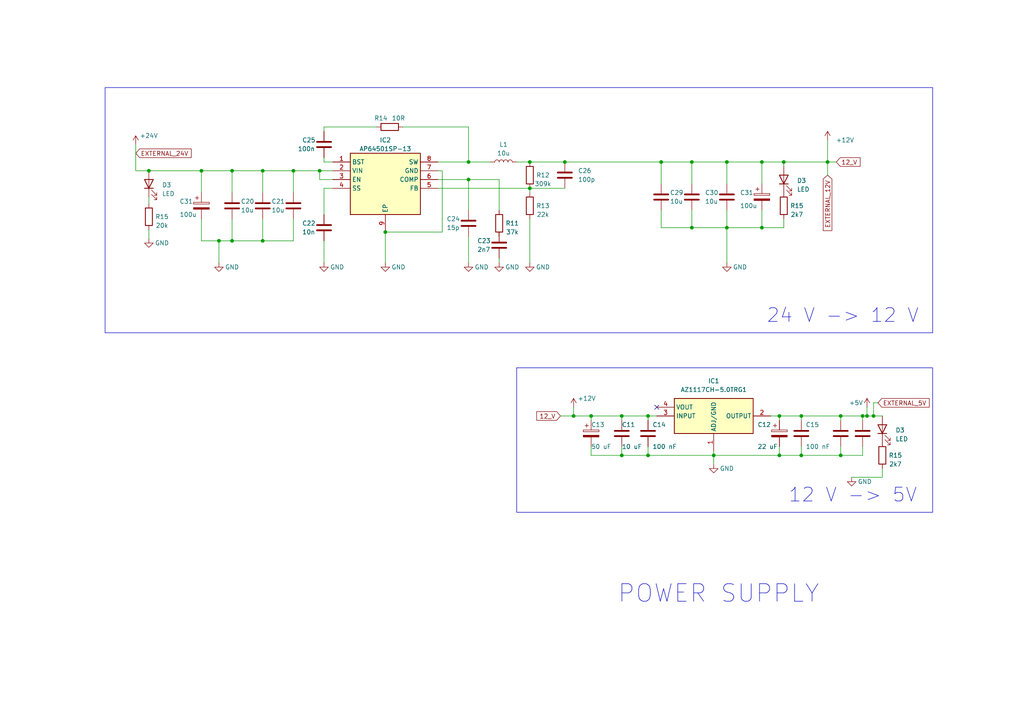
<source format=kicad_sch>
(kicad_sch (version 20230121) (generator eeschema)
  (paper "A4")
  (lib_symbols
    (symbol "AP64501SP-13:AP64501SP-13"
      (property "Reference" "IC" (at 26.67 7.62 0))
      (property "Value" "AP64501SP-13" (at 26.67 5.08 0))
      (symbol "AP64501SP-13_1_1"
        (rectangle (start 5.08 2.54) (end 25.4 -15.24) (stroke (width 0.254)) (fill (type background)))
        (pin passive line (at 0 0 0) (length 5.08) (name "BST") (number "1"))
        (pin passive line (at 0 -2.54 0) (length 5.08) (name "VIN") (number "2"))
        (pin passive line (at 0 -5.08 0) (length 5.08) (name "EN") (number "3"))
        (pin passive line (at 0 -7.62 0) (length 5.08) (name "SS") (number "4"))
        (pin passive line (at 30.48 -7.62 180) (length 5.08) (name "FB") (number "5"))
        (pin passive line (at 30.48 -5.08 180) (length 5.08) (name "COMP") (number "6"))
        (pin passive line (at 30.48 -2.54 180) (length 5.08) (name "GND") (number "7"))
        (pin passive line (at 30.48 0 180) (length 5.08) (name "SW") (number "8"))
        (pin passive line (at 15.24 -20.32 90) (length 5.08) (name "EP") (number "9"))
      )
    )
    (symbol "AZ1117CH-5_0TRG1:AZ1117CH-5.0TRG1"
      (property "Reference" "IC1" (at 16.51 7.62 0))
      (property "Value" "AZ1117CH-5.0TRG1" (at 16.51 5.08 0))
      (symbol "AZ1117CH-5.0TRG1_1_1"
        (rectangle (start 5.08 2.54) (end 27.94 -7.62) (stroke (width 0.254)) (fill (type background)))
        (pin passive line (at 16.51 -12.7 90) (length 5.08) (name "ADJ/GND") (number "1"))
        (pin passive line (at 33.02 -2.54 180) (length 5.08) (name "OUTPUT") (number "2"))
        (pin passive line (at 0 -2.54 0) (length 5.08) (name "INPUT") (number "3"))
        (pin passive line (at 0 0 0) (length 5.08) (name "VOUT") (number "4"))
      )
    )
    (symbol "Device:C" (pin_numbers hide) (pin_names (offset 0.254))
      (property "Reference" "C" (at 0.635 2.54 0))
      (property "Value" "C" (at 0.635 -2.54 0))
      (symbol "C_0_1"
        (polyline (pts (xy -2.032 -0.762) (xy 2.032 -0.762)) (stroke (width 0.508)))
        (polyline (pts (xy -2.032 0.762) (xy 2.032 0.762)) (stroke (width 0.508)))
      )
      (symbol "C_1_1"
        (pin passive line (at 0 3.81 270) (length 2.794) (name "~") (number "1"))
        (pin passive line (at 0 -3.81 90) (length 2.794) (name "~") (number "2"))
      )
    )
    (symbol "Device:C_Polarized" (pin_numbers hide) (pin_names (offset 0.254))
      (property "Reference" "C" (at 0.635 2.54 0))
      (property "Value" "C_Polarized" (at 0.635 -2.54 0))
      (symbol "C_Polarized_0_1"
        (rectangle (start -2.286 0.508) (end 2.286 1.016))
        (polyline (pts (xy -1.778 2.286) (xy -0.762 2.286)))
        (polyline (pts (xy -1.27 2.794) (xy -1.27 1.778)))
        (rectangle (start 2.286 -0.508) (end -2.286 -1.016) (fill (type outline)))
      )
      (symbol "C_Polarized_1_1"
        (pin passive line (at 0 3.81 270) (length 2.794) (name "~") (number "1"))
        (pin passive line (at 0 -3.81 90) (length 2.794) (name "~") (number "2"))
      )
    )
    (symbol "Device:L" (pin_numbers hide) (pin_names (offset 1.016) hide)
      (property "Reference" "L" (at -1.27 0 90))
      (property "Value" "L" (at 1.905 0 90))
      (symbol "L_0_1"
        (arc (start 0 -2.54) (mid 0.6323 -1.905) (end 0 -1.27))
        (arc (start 0 -1.27) (mid 0.6323 -0.635) (end 0 0))
        (arc (start 0 0) (mid 0.6323 0.635) (end 0 1.27))
        (arc (start 0 1.27) (mid 0.6323 1.905) (end 0 2.54))
      )
      (symbol "L_1_1"
        (pin passive line (at 0 3.81 270) (length 1.27) (name "1") (number "1"))
        (pin passive line (at 0 -3.81 90) (length 1.27) (name "2") (number "2"))
      )
    )
    (symbol "Device:LED" (pin_numbers hide) (pin_names (offset 1.016) hide)
      (property "Reference" "D" (at 0 2.54 0))
      (property "Value" "LED" (at 0 -2.54 0))
      (symbol "LED_0_1"
        (polyline (pts (xy -1.27 -1.27) (xy -1.27 1.27)) (stroke (width 0.254)))
        (polyline (pts (xy -1.27 0) (xy 1.27 0)))
        (polyline (pts (xy 1.27 -1.27) (xy 1.27 1.27) (xy -1.27 0) (xy 1.27 -1.27)) (stroke (width 0.254)))
        (polyline (pts (xy -3.048 -0.762) (xy -4.572 -2.286) (xy -3.81 -2.286) (xy -4.572 -2.286) (xy -4.572 -1.524)))
        (polyline (pts (xy -1.778 -0.762) (xy -3.302 -2.286) (xy -2.54 -2.286) (xy -3.302 -2.286) (xy -3.302 -1.524)))
      )
      (symbol "LED_1_1"
        (pin passive line (at -3.81 0 0) (length 2.54) (name "K") (number "1"))
        (pin passive line (at 3.81 0 180) (length 2.54) (name "A") (number "2"))
      )
    )
    (symbol "Device:R" (pin_numbers hide) (pin_names (offset 0))
      (property "Reference" "R" (at 2.032 0 90))
      (property "Value" "R" (at 0 0 90))
      (symbol "R_0_1"
        (rectangle (start -1.016 -2.54) (end 1.016 2.54) (stroke (width 0.254)))
      )
      (symbol "R_1_1"
        (pin passive line (at 0 3.81 270) (length 1.27) (name "~") (number "1"))
        (pin passive line (at 0 -3.81 90) (length 1.27) (name "~") (number "2"))
      )
    )
    (symbol "power:+12V" (power) (pin_names (offset 0))
      (property "Value" "+12V" (at 0 3.556 0))
      (symbol "+12V_0_1"
        (polyline (pts (xy -0.762 1.27) (xy 0 2.54)))
        (polyline (pts (xy 0 0) (xy 0 2.54)))
        (polyline (pts (xy 0 2.54) (xy 0.762 1.27)))
      )
      (symbol "+12V_1_1"
        (pin power_in line (at 0 0 90) (length 0) hide (name "+12V") (number "1"))
      )
    )
    (symbol "power:+24V" (power) (pin_names (offset 0))
      (property "Value" "+24V" (at 0 3.556 0))
      (symbol "+24V_0_1"
        (polyline (pts (xy -0.762 1.27) (xy 0 2.54)))
        (polyline (pts (xy 0 0) (xy 0 2.54)))
        (polyline (pts (xy 0 2.54) (xy 0.762 1.27)))
      )
      (symbol "+24V_1_1"
        (pin power_in line (at 0 0 90) (length 0) hide (name "+24V") (number "1"))
      )
    )
    (symbol "power:+5V" (power) (pin_names (offset 0))
      (property "Value" "+5V" (at 0 3.556 0))
      (symbol "+5V_0_1"
        (polyline (pts (xy -0.762 1.27) (xy 0 2.54)))
        (polyline (pts (xy 0 0) (xy 0 2.54)))
        (polyline (pts (xy 0 2.54) (xy 0.762 1.27)))
      )
      (symbol "+5V_1_1"
        (pin power_in line (at 0 0 90) (length 0) hide (name "+5V") (number "1"))
      )
    )
    (symbol "power:GND" (power) (pin_names (offset 0))
      (property "Value" "GND" (at 0 -3.81 0))
      (symbol "GND_0_1"
        (polyline (pts (xy 0 0) (xy 0 -1.27) (xy 1.27 -1.27) (xy 0 -2.54) (xy -1.27 -1.27) (xy 0 -1.27)))
      )
      (symbol "GND_1_1"
        (pin power_in line (at 0 0 270) (length 0) hide (name "GND") (number "1"))
      )
    )
  )
  (junction (at 171.45 120.65))
  (junction (at 180.34 132.08))
  (junction (at 220.98 66.04))
  (junction (at 232.41 132.08))
  (junction (at 210.82 66.04))
  (junction (at 220.98 46.99))
  (junction (at 43.18 49.53))
  (junction (at 243.84 132.08))
  (junction (at 135.89 46.99))
  (junction (at 253.365 120.65))
  (junction (at 76.2 49.53))
  (junction (at 135.89 52.07))
  (junction (at 187.96 132.08))
  (junction (at 163.83 46.99))
  (junction (at 226.06 120.65))
  (junction (at 180.34 120.65))
  (junction (at 251.46 120.65))
  (junction (at 250.19 120.65))
  (junction (at 153.67 46.99))
  (junction (at 187.96 120.65))
  (junction (at 200.66 66.04))
  (junction (at 166.37 120.65))
  (junction (at 111.76 67.31))
  (junction (at 67.31 49.53))
  (junction (at 243.84 120.65))
  (junction (at 200.66 46.99))
  (junction (at 191.77 46.99))
  (junction (at 63.5 69.85))
  (junction (at 240.03 46.99))
  (junction (at 227.33 46.99))
  (junction (at 210.82 46.99))
  (junction (at 92.71 49.53))
  (junction (at 153.67 54.61))
  (junction (at 232.41 120.65))
  (junction (at 58.42 49.53))
  (junction (at 226.06 132.08))
  (junction (at 207.01 132.08))
  (junction (at 85.09 49.53))
  (junction (at 76.2 69.85))
  (junction (at 67.31 69.85))
  (no_connect (at 190.5 118.11))
  (wire (pts (xy 240.03 46.99) (xy 242.57 46.99)))
  (wire (pts (xy 93.98 76.2) (xy 93.98 69.85)))
  (wire (pts (xy 144.78 52.07) (xy 135.89 52.07)))
  (wire (pts (xy 220.98 60.96) (xy 220.98 66.04)))
  (wire (pts (xy 227.33 46.99) (xy 227.33 48.26)))
  (wire (pts (xy 135.89 52.07) (xy 127 52.07)))
  (wire (pts (xy 76.2 69.85) (xy 85.09 69.85)))
  (wire (pts (xy 226.06 121.92) (xy 226.06 120.65)))
  (wire (pts (xy 149.86 46.99) (xy 153.67 46.99)))
  (wire (pts (xy 255.905 120.65) (xy 253.365 120.65)))
  (wire (pts (xy 251.46 120.65) (xy 253.365 120.65)))
  (wire (pts (xy 92.71 49.53) (xy 96.52 49.53)))
  (wire (pts (xy 227.33 66.04) (xy 220.98 66.04)))
  (wire (pts (xy 144.78 60.96) (xy 144.78 52.07)))
  (wire (pts (xy 58.42 69.85) (xy 58.42 63.5)))
  (wire (pts (xy 191.77 46.99) (xy 191.77 53.34)))
  (wire (pts (xy 223.52 120.65) (xy 226.06 120.65)))
  (wire (pts (xy 135.89 52.07) (xy 135.89 60.96)))
  (wire (pts (xy 207.01 132.08) (xy 207.01 130.81)))
  (wire (pts (xy 43.18 49.53) (xy 58.42 49.53)))
  (wire (pts (xy 67.31 55.88) (xy 67.31 49.53)))
  (wire (pts (xy 187.96 129.54) (xy 187.96 132.08)))
  (wire (pts (xy 180.34 129.54) (xy 180.34 132.08)))
  (wire (pts (xy 250.19 121.92) (xy 250.19 120.65)))
  (wire (pts (xy 111.76 67.31) (xy 128.27 67.31)))
  (wire (pts (xy 127 54.61) (xy 153.67 54.61)))
  (wire (pts (xy 171.45 132.08) (xy 180.34 132.08)))
  (wire (pts (xy 93.98 54.61) (xy 93.98 62.23)))
  (wire (pts (xy 67.31 49.53) (xy 76.2 49.53)))
  (wire (pts (xy 250.19 129.54) (xy 250.19 132.08)))
  (wire (pts (xy 135.89 46.99) (xy 135.89 36.83)))
  (wire (pts (xy 163.83 46.99) (xy 191.77 46.99)))
  (wire (pts (xy 200.66 60.96) (xy 200.66 66.04)))
  (wire (pts (xy 227.33 63.5) (xy 227.33 66.04)))
  (wire (pts (xy 210.82 66.04) (xy 210.82 76.2)))
  (wire (pts (xy 128.27 67.31) (xy 128.27 49.53)))
  (wire (pts (xy 67.31 69.85) (xy 76.2 69.85)))
  (wire (pts (xy 240.03 50.8) (xy 240.03 46.99)))
  (wire (pts (xy 227.33 46.99) (xy 240.03 46.99)))
  (wire (pts (xy 58.42 69.85) (xy 63.5 69.85)))
  (wire (pts (xy 207.01 132.08) (xy 207.01 134.62)))
  (wire (pts (xy 210.82 66.04) (xy 220.98 66.04)))
  (wire (pts (xy 162.56 120.65) (xy 166.37 120.65)))
  (wire (pts (xy 135.89 68.58) (xy 135.89 76.2)))
  (wire (pts (xy 109.22 36.83) (xy 93.98 36.83)))
  (wire (pts (xy 240.03 40.64) (xy 240.03 46.99)))
  (wire (pts (xy 251.46 118.11) (xy 251.46 120.65)))
  (wire (pts (xy 85.09 49.53) (xy 92.71 49.53)))
  (wire (pts (xy 191.77 46.99) (xy 200.66 46.99)))
  (wire (pts (xy 226.06 120.65) (xy 232.41 120.65)))
  (wire (pts (xy 116.84 36.83) (xy 135.89 36.83)))
  (wire (pts (xy 166.37 118.11) (xy 166.37 120.65)))
  (wire (pts (xy 253.365 116.84) (xy 254.635 116.84)))
  (wire (pts (xy 135.89 46.99) (xy 142.24 46.99)))
  (wire (pts (xy 58.42 55.88) (xy 58.42 49.53)))
  (wire (pts (xy 39.37 49.53) (xy 43.18 49.53)))
  (wire (pts (xy 187.96 120.65) (xy 190.5 120.65)))
  (wire (pts (xy 93.98 46.99) (xy 96.52 46.99)))
  (wire (pts (xy 180.34 132.08) (xy 187.96 132.08)))
  (wire (pts (xy 200.66 66.04) (xy 210.82 66.04)))
  (wire (pts (xy 43.18 66.675) (xy 43.18 69.215)))
  (wire (pts (xy 232.41 132.08) (xy 226.06 132.08)))
  (wire (pts (xy 85.09 69.85) (xy 85.09 63.5)))
  (wire (pts (xy 226.06 132.08) (xy 207.01 132.08)))
  (wire (pts (xy 171.45 120.65) (xy 180.34 120.65)))
  (wire (pts (xy 232.41 120.65) (xy 232.41 121.92)))
  (wire (pts (xy 243.84 120.65) (xy 250.19 120.65)))
  (wire (pts (xy 39.37 41.91) (xy 39.37 49.53)))
  (wire (pts (xy 96.52 52.07) (xy 92.71 52.07)))
  (wire (pts (xy 166.37 120.65) (xy 171.45 120.65)))
  (wire (pts (xy 127 46.99) (xy 135.89 46.99)))
  (wire (pts (xy 63.5 69.85) (xy 67.31 69.85)))
  (wire (pts (xy 180.34 120.65) (xy 187.96 120.65)))
  (wire (pts (xy 210.82 46.99) (xy 210.82 53.34)))
  (wire (pts (xy 220.98 46.99) (xy 220.98 53.34)))
  (wire (pts (xy 171.45 129.54) (xy 171.45 132.08)))
  (wire (pts (xy 127 49.53) (xy 128.27 49.53)))
  (wire (pts (xy 171.45 120.65) (xy 171.45 121.92)))
  (wire (pts (xy 153.67 54.61) (xy 163.83 54.61)))
  (wire (pts (xy 250.19 120.65) (xy 251.46 120.65)))
  (wire (pts (xy 187.96 132.08) (xy 207.01 132.08)))
  (wire (pts (xy 243.84 129.54) (xy 243.84 132.08)))
  (wire (pts (xy 232.41 129.54) (xy 232.41 132.08)))
  (wire (pts (xy 200.66 46.99) (xy 200.66 53.34)))
  (wire (pts (xy 153.67 63.5) (xy 153.67 76.2)))
  (wire (pts (xy 255.905 138.43) (xy 247.015 138.43)))
  (wire (pts (xy 253.365 116.84) (xy 253.365 120.65)))
  (wire (pts (xy 43.18 59.055) (xy 43.18 57.15)))
  (wire (pts (xy 76.2 69.85) (xy 76.2 63.5)))
  (wire (pts (xy 58.42 49.53) (xy 67.31 49.53)))
  (wire (pts (xy 191.77 60.96) (xy 191.77 66.04)))
  (wire (pts (xy 93.98 36.83) (xy 93.98 38.1)))
  (wire (pts (xy 144.78 76.2) (xy 144.78 74.93)))
  (wire (pts (xy 243.84 121.92) (xy 243.84 120.65)))
  (wire (pts (xy 210.82 60.96) (xy 210.82 66.04)))
  (wire (pts (xy 93.98 46.99) (xy 93.98 45.72)))
  (wire (pts (xy 243.84 132.08) (xy 232.41 132.08)))
  (wire (pts (xy 111.76 67.31) (xy 111.76 76.2)))
  (wire (pts (xy 226.06 129.54) (xy 226.06 132.08)))
  (wire (pts (xy 187.96 120.65) (xy 187.96 121.92)))
  (wire (pts (xy 220.98 46.99) (xy 227.33 46.99)))
  (wire (pts (xy 191.77 66.04) (xy 200.66 66.04)))
  (wire (pts (xy 76.2 49.53) (xy 85.09 49.53)))
  (wire (pts (xy 144.78 67.31) (xy 144.78 68.58)))
  (wire (pts (xy 153.67 46.99) (xy 163.83 46.99)))
  (wire (pts (xy 63.5 69.85) (xy 63.5 76.2)))
  (wire (pts (xy 210.82 46.99) (xy 220.98 46.99)))
  (wire (pts (xy 255.905 135.89) (xy 255.905 138.43)))
  (wire (pts (xy 200.66 46.99) (xy 210.82 46.99)))
  (wire (pts (xy 250.19 132.08) (xy 243.84 132.08)))
  (wire (pts (xy 93.98 54.61) (xy 96.52 54.61)))
  (wire (pts (xy 232.41 120.65) (xy 243.84 120.65)))
  (wire (pts (xy 153.67 54.61) (xy 153.67 55.88)))
  (wire (pts (xy 76.2 55.88) (xy 76.2 49.53)))
  (wire (pts (xy 85.09 55.88) (xy 85.09 49.53)))
  (wire (pts (xy 92.71 52.07) (xy 92.71 49.53)))
  (wire (pts (xy 67.31 69.85) (xy 67.31 63.5)))
  (wire (pts (xy 180.34 121.92) (xy 180.34 120.65)))
  (rectangle (start 30.48 25.4) (end 270.51 96.52))
  (rectangle (start 149.86 106.68) (end 270.51 148.59))
  (text "12 V -> 5V" (at 228.6 146.05 0) (effects (font (size 4 4)) (justify left bottom)))
  (text "24 V -> 12 V\n" (at 222.25 93.98 0) (effects (font (size 4 4)) (justify left bottom)))
  (text "POWER SUPPLY\n" (at 179.07 175.26 0) (effects (font (size 5.08 5.08)) (justify left bottom)))
  (global_label "12_V" (shape input) (at 162.56 120.65 180) (property "Intersheetrefs" "${INTERSHEET_REFS}" (effects hide)))
  (global_label "12_V" (shape input) (at 242.57 46.99 0) (property "Intersheetrefs" "${INTERSHEET_REFS}" (effects hide)))
  (global_label "EXTERNAL_5V" (shape input) (at 254.635 116.84 0) (property "Intersheetrefs" "${INTERSHEET_REFS}" (effects hide)))
  (global_label "EXTERNAL_12V" (shape input) (at 240.03 50.8 270) (property "Intersheetrefs" "${INTERSHEET_REFS}" (effects hide)))
  (global_label "EXTERNAL_24V" (shape input) (at 39.37 44.45 0) (property "Intersheetrefs" "${INTERSHEET_REFS}" (effects hide)))
  (symbol (lib_id "Device:C") (at 187.96 125.73 0) (unit 1)
    (property "Reference" "C14" (at 189.23 123.19 0) (effects (justify left)))
    (property "Value" "100 nF" (at 189.23 129.54 0) (effects (justify left)))
    (property "Footprint" "Capacitor_SMD:C_0603_1608Metric" (effects hide))
    (instances (project "main" (path "" (reference "C14") (unit 1)) (path "" (reference "C17") (unit 1))))
  )
  (symbol (lib_id "Device:C_Polarized") (at 226.06 125.73 0) (unit 1)
    (property "Reference" "C12" (at 219.71 123.19 0) (effects (justify left)))
    (property "Value" "22 uF" (at 219.71 129.54 0) (effects (justify left)))
    (property "Footprint" "Capacitor_SMD:CP_Elec_4x5.4" (effects hide))
    (instances (project "main" (path "" (reference "C12") (unit 1)) (path "" (reference "C22") (unit 1))))
  )
  (symbol (lib_id "power:GND") (at 153.67 76.2 0) (unit 1)
    (property "Reference" "#PWR031" (effects hide))
    (property "Value" "GND" (at 157.48 77.47 0))
    (instances (project "main" (path "" (reference "#PWR031") (unit 1)) (path "" (reference "#PWR030") (unit 1))))
  )
  (symbol (lib_id "Device:C_Polarized") (at 58.42 59.69 0) (unit 1)
    (property "Reference" "C31" (at 52.07 58.42 0) (effects (justify left)))
    (property "Value" "100u" (at 52.07 62.23 0) (effects (justify left)))
    (property "Footprint" "Capacitor_SMD:CP_Elec_6.3x7.7" (effects hide))
    (instances (project "main" (path "" (reference "C31") (unit 1)) (path "" (reference "C8") (unit 1))))
  )
  (symbol (lib_id "Device:C") (at 67.31 59.69 0) (unit 1)
    (property "Reference" "C19" (effects hide))
    (property "Value" "10u " (effects hide))
    (property "Footprint" "Capacitor_SMD:C_0603_1608Metric" (effects hide))
    (instances (project "main" (path "" (reference "C19") (unit 1)) (path "" (reference "C15") (unit 1))))
  )
  (symbol (lib_id "Device:C") (at 200.66 57.15 0) (unit 1)
    (property "Reference" "C29" (at 194.31 55.88 0) (effects (justify left)))
    (property "Value" "10u " (at 194.31 58.42 0) (effects (justify left)))
    (property "Footprint" "Capacitor_SMD:C_0603_1608Metric" (effects hide))
  )
  (symbol (lib_id "Device:R") (at 153.67 50.8 0) (unit 1)
    (property "Reference" "R12" (at 157.48 50.8 0))
    (property "Value" "309k" (at 157.48 53.34 0))
    (property "Footprint" "Resistor_SMD:R_0603_1608Metric" (effects hide))
    (instances (project "main" (path "" (reference "R12") (unit 1)) (path "" (reference "R22") (unit 1)) (path "" (reference "R13") (unit 1))))
  )
  (symbol (lib_id "Device:LED") (at 227.33 52.07 90) (unit 1)
    (property "Reference" "D3" (at 231.14 52.3875 90) (effects (justify right)))
    (property "Value" "LED" (at 231.14 54.9275 90) (effects (justify right)))
    (property "Footprint" "LED_SMD:LED_0603_1608Metric" (effects hide))
  )
  (symbol (lib_id "Device:C") (at 163.83 50.8 0) (unit 1)
    (property "Reference" "C26" (at 167.64 49.53 0) (effects (justify left)))
    (property "Value" "100p" (at 167.64 52.07 0) (effects (justify left)))
    (property "Footprint" "Capacitor_SMD:C_0603_1608Metric" (effects hide))
  )
  (symbol (lib_id "Device:LED") (at 43.18 53.34 90) (unit 1)
    (property "Reference" "D3" (at 46.99 53.6575 90) (effects (justify right)))
    (property "Value" "LED" (at 46.99 56.1975 90) (effects (justify right)))
    (property "Footprint" "LED_SMD:LED_0603_1608Metric" (effects hide))
    (instances (project "main" (path "" (reference "D3") (unit 1)) (path "" (reference "D5") (unit 1))))
  )
  (symbol (lib_id "Device:C") (at 243.84 125.73 0) (unit 1)
    (property "Reference" "C28" (effects hide))
    (property "Value" "10u " (effects hide))
    (property "Footprint" "Capacitor_SMD:C_0603_1608Metric" (effects hide))
    (instances (project "main" (path "" (reference "C28") (unit 1)) (path "" (reference "C11") (unit 1))))
  )
  (symbol (lib_id "power:GND") (at 93.98 76.2 0) (unit 1)
    (property "Reference" "#PWR015" (effects hide))
    (property "Value" "GND" (at 97.79 77.47 0))
  )
  (symbol (lib_id "Device:L") (at 146.05 46.99 90) (unit 1)
    (property "Reference" "L1" (at 146.05 41.91 90))
    (property "Value" "10u" (at 146.05 44.45 90))
    (property "Footprint" "SDR0805-100ML:SDR0805100ML" (effects hide))
  )
  (symbol (lib_id "Device:R") (at 144.78 64.77 0) (unit 1)
    (property "Reference" "R11" (at 148.59 64.77 0))
    (property "Value" "37k" (at 148.59 67.31 0))
    (property "Footprint" "Resistor_SMD:R_0603_1608Metric" (effects hide))
    (instances (project "main" (path "" (reference "R11") (unit 1)) (path "" (reference "R22") (unit 1)) (path "" (reference "R12") (unit 1))))
  )
  (symbol (lib_id "Device:C") (at 93.98 41.91 0) (unit 1)
    (property "Reference" "C25" (at 87.63 40.64 0) (effects (justify left)))
    (property "Value" "100n" (at 86.36 43.18 0) (effects (justify left)))
    (property "Footprint" "Capacitor_SMD:C_0603_1608Metric" (effects hide))
    (instances (project "main" (path "" (reference "C25") (unit 1)) (path "" (reference "C20") (unit 1))))
  )
  (symbol (lib_id "power:GND") (at 43.18 69.215 0) (unit 1)
    (property "Reference" "#PWR012" (effects hide))
    (property "Value" "GND" (at 46.99 70.485 0))
    (instances (project "main" (path "" (reference "#PWR012") (unit 1)) (path "" (reference "#PWR044") (unit 1))))
  )
  (symbol (lib_id "power:+12V") (at 240.03 40.64 0) (unit 1)
    (property "Reference" "#PWR013" (effects hide))
    (property "Value" "+12V" (at 245.11 40.64 0))
    (instances (project "main" (path "" (reference "#PWR013") (unit 1)) (path "" (reference "#PWR024") (unit 1)) (path "" (reference "#PWR031") (unit 1))))
  )
  (symbol (lib_id "Device:R") (at 153.67 59.69 0) (unit 1)
    (property "Reference" "R13" (at 157.48 59.69 0))
    (property "Value" "22k" (at 157.48 62.23 0))
    (property "Footprint" "Resistor_SMD:R_0603_1608Metric" (effects hide))
    (instances (project "main" (path "" (reference "R13") (unit 1)) (path "" (reference "R22") (unit 1)) (path "" (reference "R14") (unit 1))))
  )
  (symbol (lib_id "power:GND") (at 247.015 138.43 0) (unit 1)
    (property "Reference" "#PWR020" (effects hide))
    (property "Value" "GND" (at 250.825 139.7 0))
    (instances (project "main" (path "" (reference "#PWR020") (unit 1)) (path "" (reference "#PWR043") (unit 1))))
  )
  (symbol (lib_id "AZ1117CH-5_0TRG1:AZ1117CH-5.0TRG1") (at 190.5 118.11 0) (unit 1)
    (property "Reference" "IC1" (at 207.01 110.49 0))
    (property "Value" "AZ1117CH-5.0TRG1" (at 207.01 113.03 0))
    (property "Footprint" "SOT230P700X170-4N" (effects hide))
    (property "Datasheet" "https://www.diodes.com//assets/Datasheets/AZ1117C.pdf" (effects hide))
    (property "Height" "1.7" (effects hide))
    (property "Manufacturer_Name" "Diodes Incorporated" (effects hide))
    (property "Manufacturer_Part_Number" "AZ1117CH-5.0TRG1" (effects hide))
  )
  (symbol (lib_id "Device:C_Polarized") (at 171.45 125.73 0) (unit 1)
    (property "Reference" "C13" (at 171.45 123.19 0) (effects (justify left)))
    (property "Value" "50 uF" (at 171.45 129.54 0) (effects (justify left)))
    (property "Footprint" "Capacitor_SMD:CP_Elec_5x5.4" (effects hide))
    (instances (project "main" (path "" (reference "C13") (unit 1)) (path "" (reference "C12") (unit 1))))
  )
  (symbol (lib_id "power:+12V") (at 166.37 118.11 0) (unit 1)
    (property "Reference" "#PWR011" (effects hide))
    (property "Value" "+12V" (at 170.18 115.57 0))
    (instances (project "main" (path "" (reference "#PWR011") (unit 1)) (path "" (reference "#PWR024") (unit 1)) (path "" (reference "#PWR012") (unit 1))))
  )
  (symbol (lib_id "Device:C") (at 85.09 59.69 0) (unit 1)
    (property "Reference" "C21" (at 78.74 58.42 0) (effects (justify left)))
    (property "Value" "10u " (at 78.74 60.96 0) (effects (justify left)))
    (property "Footprint" "Capacitor_SMD:C_0603_1608Metric" (effects hide))
    (instances (project "main" (path "" (reference "C21") (unit 1)) (path "" (reference "C19") (unit 1))))
  )
  (symbol (lib_id "power:+5V") (at 251.46 118.11 0) (unit 1)
    (property "Reference" "#PWR021" (effects hide))
    (property "Value" "+5V" (at 248.285 116.84 0))
    (instances (project "main" (path "" (reference "#PWR021") (unit 1)) (path "" (reference "#PWR020") (unit 1))))
  )
  (symbol (lib_id "Device:C_Polarized") (at 220.98 57.15 0) (unit 1)
    (property "Reference" "C31" (at 214.63 55.88 0) (effects (justify left)))
    (property "Value" "100u" (at 214.63 59.69 0) (effects (justify left)))
    (property "Footprint" "Capacitor_SMD:CP_Elec_6.3x5.4" (effects hide))
  )
  (symbol (lib_id "Device:C") (at 180.34 125.73 0) (unit 1)
    (property "Reference" "C11" (at 180.34 123.19 0) (effects (justify left)))
    (property "Value" "10 uF" (at 180.34 129.54 0) (effects (justify left)))
    (property "Footprint" "Capacitor_SMD:CP_Elec_4x5.4" (effects hide))
    (instances (project "main" (path "" (reference "C11") (unit 1)) (path "" (reference "C14") (unit 1))))
  )
  (symbol (lib_id "power:GND") (at 111.76 76.2 0) (unit 1)
    (property "Reference" "#PWR016" (effects hide))
    (property "Value" "GND" (at 115.57 77.47 0))
  )
  (symbol (lib_id "Device:R") (at 43.18 62.865 0) (unit 1)
    (property "Reference" "R15" (at 46.99 62.865 0))
    (property "Value" "20k" (at 46.99 65.405 0))
    (property "Footprint" "Resistor_SMD:R_0603_1608Metric" (effects hide))
    (instances (project "main" (path "" (reference "R15") (unit 1)) (path "" (reference "R22") (unit 1)) (path "" (reference "R33") (unit 1))))
  )
  (symbol (lib_id "Device:C") (at 191.77 57.15 0) (unit 1)
    (property "Reference" "C28" (effects hide))
    (property "Value" "10u " (effects hide))
    (property "Footprint" "Capacitor_SMD:C_0603_1608Metric" (effects hide))
  )
  (symbol (lib_id "Device:LED") (at 255.905 124.46 90) (unit 1)
    (property "Reference" "D3" (at 259.715 124.7775 90) (effects (justify right)))
    (property "Value" "LED" (at 259.715 127.3175 90) (effects (justify right)))
    (property "Footprint" "LED_SMD:LED_0603_1608Metric" (effects hide))
    (instances (project "main" (path "" (reference "D3") (unit 1)) (path "" (reference "D4") (unit 1))))
  )
  (symbol (lib_id "Device:R") (at 113.03 36.83 90) (unit 1)
    (property "Reference" "R14" (at 110.49 34.29 90))
    (property "Value" "10R" (at 115.57 34.29 90))
    (property "Footprint" "Resistor_SMD:R_0603_1608Metric" (effects hide))
    (instances (project "main" (path "" (reference "R14") (unit 1)) (path "" (reference "R22") (unit 1)) (path "" (reference "R11") (unit 1))))
  )
  (symbol (lib_id "power:GND") (at 207.01 134.62 0) (unit 1)
    (property "Reference" "#PWR020" (effects hide))
    (property "Value" "GND" (at 210.82 135.89 0))
    (instances (project "main" (path "" (reference "#PWR020") (unit 1)) (path "" (reference "#PWR014") (unit 1))))
  )
  (symbol (lib_id "Device:C") (at 135.89 64.77 0) (unit 1)
    (property "Reference" "C24" (at 129.54 63.5 0) (effects (justify left)))
    (property "Value" "15p" (at 129.54 66.04 0) (effects (justify left)))
    (property "Footprint" "Capacitor_SMD:C_0603_1608Metric" (effects hide))
  )
  (symbol (lib_id "power:GND") (at 144.78 76.2 0) (unit 1)
    (property "Reference" "#PWR029" (effects hide))
    (property "Value" "GND" (at 148.59 77.47 0))
  )
  (symbol (lib_id "Device:C") (at 232.41 125.73 0) (unit 1)
    (property "Reference" "C15" (at 233.68 123.19 0) (effects (justify left)))
    (property "Value" "100 nF" (at 233.68 129.54 0) (effects (justify left)))
    (property "Footprint" "Capacitor_SMD:C_0603_1608Metric" (effects hide))
    (instances (project "main" (path "" (reference "C15") (unit 1)) (path "" (reference "C23") (unit 1))))
  )
  (symbol (lib_id "AP64501SP-13:AP64501SP-13") (at 96.52 46.99 0) (unit 1)
    (property "Reference" "IC2" (at 111.76 40.64 0))
    (property "Value" "AP64501SP-13" (at 111.76 43.18 0))
    (property "Footprint" "SOIC127P600X163-9N" (effects hide))
    (property "Datasheet" "https://www.diodes.com//assets/Datasheets/AP64501.pdf" (effects hide))
    (property "Height" "1.63" (effects hide))
    (property "Mouser Part Number" "621-AP64501SP-13" (effects hide))
    (property "Mouser Price/Stock" "https://www.mouser.co.uk/ProductDetail/Diodes-Incorporated/AP64501SP-13?qs=P1JMDcb91o7FS0GU%252BW7TIQ%3D%3D" (effects hide))
    (property "Manufacturer_Name" "Diodes Incorporated" (effects hide))
    (property "Manufacturer_Part_Number" "AP64501SP-13" (effects hide))
  )
  (symbol (lib_id "power:GND") (at 135.89 76.2 0) (unit 1)
    (property "Reference" "#PWR030" (effects hide))
    (property "Value" "GND" (at 139.7 77.47 0))
    (instances (project "main" (path "" (reference "#PWR030") (unit 1)) (path "" (reference "#PWR021") (unit 1))))
  )
  (symbol (lib_id "Device:C") (at 76.2 59.69 0) (unit 1)
    (property "Reference" "C20" (at 69.85 58.42 0) (effects (justify left)))
    (property "Value" "10u " (at 69.85 60.96 0) (effects (justify left)))
    (property "Footprint" "Capacitor_SMD:C_0603_1608Metric" (effects hide))
    (instances (project "main" (path "" (reference "C20") (unit 1)) (path "" (reference "C18") (unit 1))))
  )
  (symbol (lib_id "Device:R") (at 255.905 132.08 0) (unit 1)
    (property "Reference" "R15" (at 259.715 132.08 0))
    (property "Value" "2k7" (at 259.715 134.62 0))
    (property "Footprint" "Resistor_SMD:R_0603_1608Metric" (effects hide))
    (instances (project "main" (path "" (reference "R15") (unit 1)) (path "" (reference "R22") (unit 1)) (path "" (reference "R32") (unit 1))))
  )
  (symbol (lib_id "Device:C") (at 210.82 57.15 0) (unit 1)
    (property "Reference" "C30" (at 204.47 55.88 0) (effects (justify left)))
    (property "Value" "10u " (at 204.47 58.42 0) (effects (justify left)))
    (property "Footprint" "Capacitor_SMD:C_0603_1608Metric" (effects hide))
  )
  (symbol (lib_id "power:+24V") (at 39.37 41.91 0) (unit 1)
    (property "Reference" "#PWR014" (effects hide))
    (property "Value" "+24V" (at 43.18 39.37 0))
    (instances (project "main" (path "" (reference "#PWR014") (unit 1)) (path "" (reference "#PWR011") (unit 1))))
  )
  (symbol (lib_id "Device:C") (at 250.19 125.73 0) (unit 1)
    (property "Reference" "C28" (effects hide))
    (property "Value" "10u " (effects hide))
    (property "Footprint" "Capacitor_SMD:C_0603_1608Metric" (effects hide))
    (instances (project "main" (path "" (reference "C28") (unit 1)) (path "" (reference "C13") (unit 1))))
  )
  (symbol (lib_id "Device:C") (at 93.98 66.04 0) (unit 1)
    (property "Reference" "C22" (at 87.63 64.77 0) (effects (justify left)))
    (property "Value" "10n" (at 87.63 67.31 0) (effects (justify left)))
    (property "Footprint" "Capacitor_SMD:C_0603_1608Metric" (effects hide))
    (instances (project "main" (path "" (reference "C22") (unit 1)) (path "" (reference "C21") (unit 1))))
  )
  (symbol (lib_id "Device:C") (at 144.78 71.12 0) (unit 1)
    (property "Reference" "C23" (at 138.43 69.85 0) (effects (justify left)))
    (property "Value" "2n7" (at 138.43 72.39 0) (effects (justify left)))
    (property "Footprint" "Capacitor_SMD:C_0603_1608Metric" (effects hide))
    (instances (project "main" (path "" (reference "C23") (unit 1)) (path "" (reference "C25") (unit 1))))
  )
  (symbol (lib_id "power:GND") (at 63.5 76.2 0) (unit 1)
    (property "Reference" "#PWR012" (effects hide))
    (property "Value" "GND" (at 67.31 77.47 0))
    (instances (project "main" (path "" (reference "#PWR012") (unit 1)) (path "" (reference "#PWR013") (unit 1))))
  )
  (symbol (lib_id "power:GND") (at 210.82 76.2 0) (unit 1)
    (property "Reference" "#PWR031" (effects hide))
    (property "Value" "GND" (at 214.63 77.47 0))
    (instances (project "main" (path "" (reference "#PWR031") (unit 1)) (path "" (reference "#PWR032") (unit 1))))
  )
  (symbol (lib_id "Device:R") (at 227.33 59.69 0) (unit 1)
    (property "Reference" "R15" (at 231.14 59.69 0))
    (property "Value" "2k7" (at 231.14 62.23 0))
    (property "Footprint" "Resistor_SMD:R_0603_1608Metric" (effects hide))
    (instances (project "main" (path "" (reference "R15") (unit 1)) (path "" (reference "R22") (unit 1)) (path "" (reference "R15") (unit 1))))
  )
)
</source>
